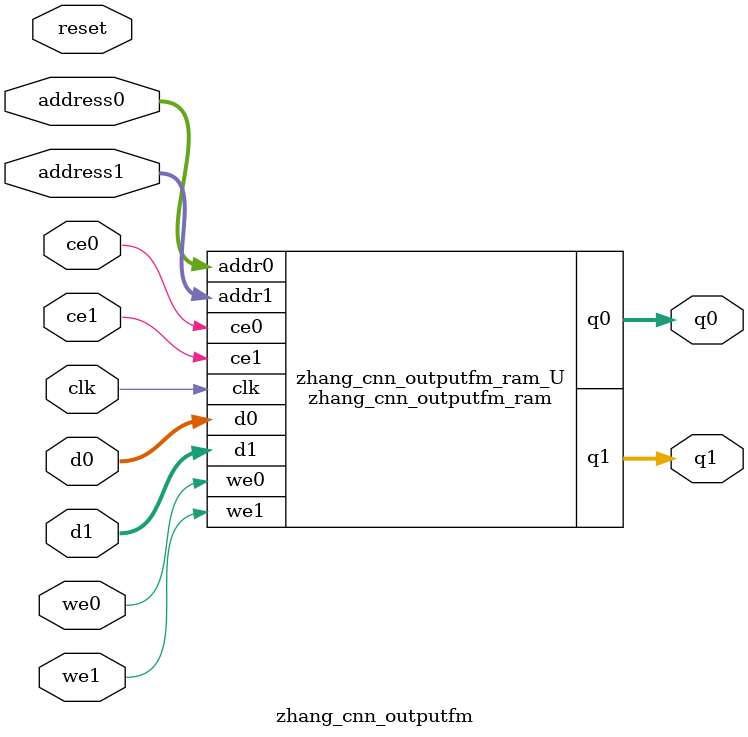
<source format=v>

`timescale 1 ns / 1 ps
module zhang_cnn_outputfm_ram (addr0, ce0, d0, we0, q0, addr1, ce1, d1, we1, q1,  clk);

parameter DWIDTH = 32;
parameter AWIDTH = 11;
parameter MEM_SIZE = 1690;

input[AWIDTH-1:0] addr0;
input ce0;
input[DWIDTH-1:0] d0;
input we0;
output reg[DWIDTH-1:0] q0;
input[AWIDTH-1:0] addr1;
input ce1;
input[DWIDTH-1:0] d1;
input we1;
output reg[DWIDTH-1:0] q1;
input clk;

(* ram_style = "block" *)reg [DWIDTH-1:0] ram[MEM_SIZE-1:0];




always @(posedge clk)  
begin 
    if (ce0) 
    begin
        if (we0) 
        begin 
            ram[addr0] <= d0; 
            q0 <= d0;
        end 
        else 
            q0 <= ram[addr0];
    end
end


always @(posedge clk)  
begin 
    if (ce1) 
    begin
        if (we1) 
        begin 
            ram[addr1] <= d1; 
            q1 <= d1;
        end 
        else 
            q1 <= ram[addr1];
    end
end


endmodule


`timescale 1 ns / 1 ps
module zhang_cnn_outputfm(
    reset,
    clk,
    address0,
    ce0,
    we0,
    d0,
    q0,
    address1,
    ce1,
    we1,
    d1,
    q1);

parameter DataWidth = 32'd32;
parameter AddressRange = 32'd1690;
parameter AddressWidth = 32'd11;
input reset;
input clk;
input[AddressWidth - 1:0] address0;
input ce0;
input we0;
input[DataWidth - 1:0] d0;
output[DataWidth - 1:0] q0;
input[AddressWidth - 1:0] address1;
input ce1;
input we1;
input[DataWidth - 1:0] d1;
output[DataWidth - 1:0] q1;



zhang_cnn_outputfm_ram zhang_cnn_outputfm_ram_U(
    .clk( clk ),
    .addr0( address0 ),
    .ce0( ce0 ),
    .d0( d0 ),
    .we0( we0 ),
    .q0( q0 ),
    .addr1( address1 ),
    .ce1( ce1 ),
    .d1( d1 ),
    .we1( we1 ),
    .q1( q1 ));

endmodule


</source>
